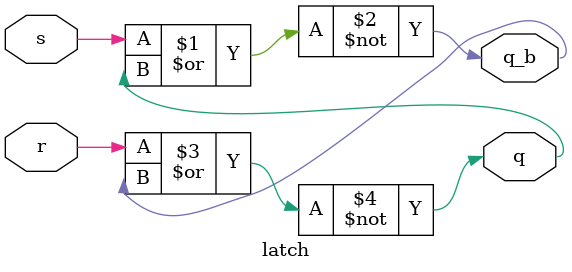
<source format=v>
`timescale 1ns/100ps
module latch (input s, r, output q, q_b);
    nor # (4)
        g1(q_b, s, q),
        g2(q, r, q_b);
endmodule
</source>
